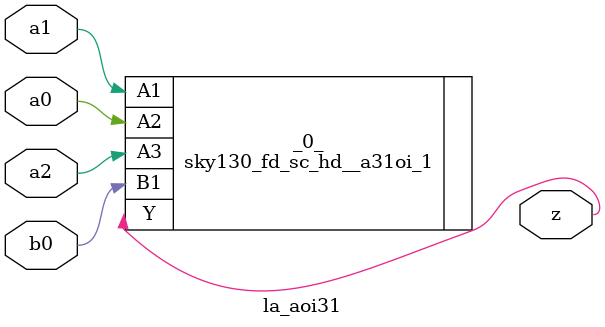
<source format=v>
/* Generated by Yosys 0.37 (git sha1 a5c7f69ed, clang 14.0.0-1ubuntu1.1 -fPIC -Os) */

module la_aoi31(a0, a1, a2, b0, z);
  input a0;
  wire a0;
  input a1;
  wire a1;
  input a2;
  wire a2;
  input b0;
  wire b0;
  output z;
  wire z;
  sky130_fd_sc_hd__a31oi_1 _0_ (
    .A1(a1),
    .A2(a0),
    .A3(a2),
    .B1(b0),
    .Y(z)
  );
endmodule

</source>
